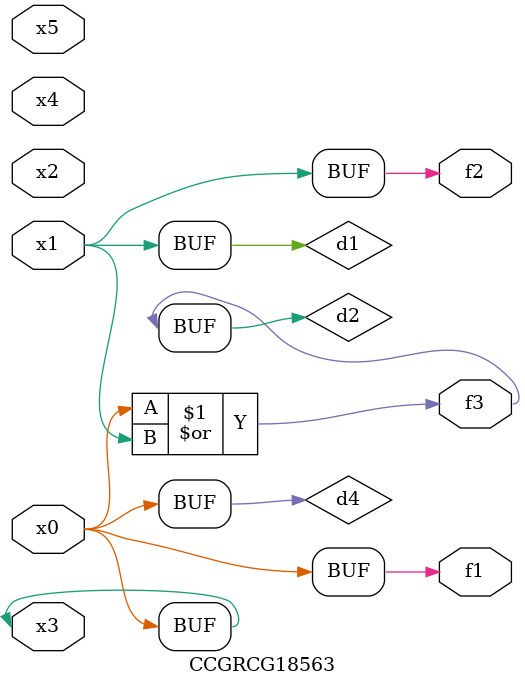
<source format=v>
module CCGRCG18563(
	input x0, x1, x2, x3, x4, x5,
	output f1, f2, f3
);

	wire d1, d2, d3, d4;

	and (d1, x1);
	or (d2, x0, x1);
	nand (d3, x0, x5);
	buf (d4, x0, x3);
	assign f1 = d4;
	assign f2 = d1;
	assign f3 = d2;
endmodule

</source>
